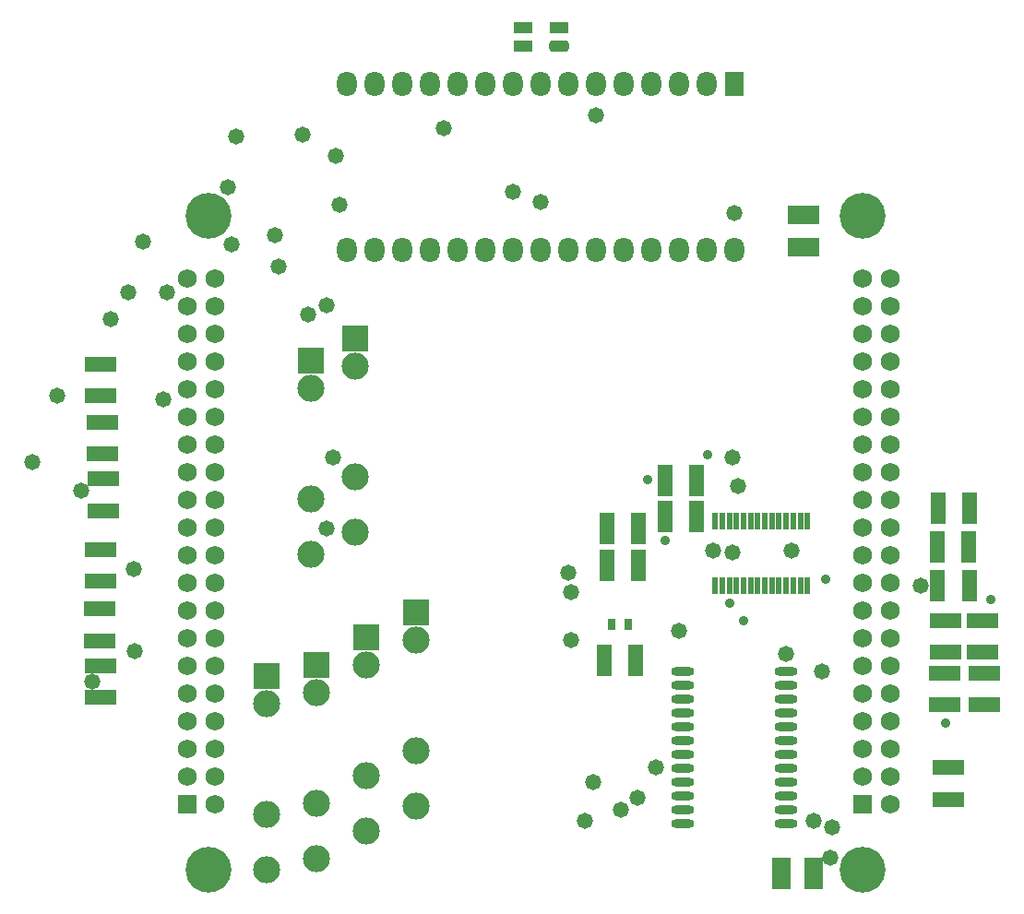
<source format=gts>
G04 Layer_Color=20142*
%FSLAX24Y24*%
%MOIN*%
G70*
G01*
G75*
%ADD44R,0.0316X0.0434*%
%ADD45R,0.1182X0.0671*%
%ADD46R,0.1143X0.0552*%
%ADD47R,0.0552X0.1143*%
%ADD48R,0.0237X0.0612*%
%ADD49R,0.0671X0.1182*%
%ADD50O,0.0828X0.0316*%
G04:AMPARAMS|DCode=51|XSize=71mil|YSize=41.5mil|CornerRadius=12.4mil|HoleSize=0mil|Usage=FLASHONLY|Rotation=180.000|XOffset=0mil|YOffset=0mil|HoleType=Round|Shape=RoundedRectangle|*
%AMROUNDEDRECTD51*
21,1,0.0710,0.0167,0,0,180.0*
21,1,0.0463,0.0415,0,0,180.0*
1,1,0.0247,-0.0231,0.0084*
1,1,0.0247,0.0231,0.0084*
1,1,0.0247,0.0231,-0.0084*
1,1,0.0247,-0.0231,-0.0084*
%
%ADD51ROUNDEDRECTD51*%
%ADD52R,0.0710X0.0415*%
%ADD53C,0.1655*%
%ADD54C,0.0690*%
%ADD55R,0.0690X0.0690*%
%ADD56C,0.0980*%
%ADD57R,0.0980X0.0980*%
%ADD58O,0.0710X0.0907*%
%ADD59R,0.0710X0.0907*%
%ADD60C,0.0580*%
%ADD61C,0.0356*%
D44*
X26969Y20679D02*
D03*
X26378D02*
D03*
D45*
X33297Y34281D02*
D03*
Y35463D02*
D03*
D46*
X8000Y24779D02*
D03*
Y25921D02*
D03*
X39818Y17764D02*
D03*
Y18906D02*
D03*
X38396Y18907D02*
D03*
Y17766D02*
D03*
X39774Y20797D02*
D03*
Y19656D02*
D03*
X38425D02*
D03*
Y20797D02*
D03*
X38533Y14341D02*
D03*
Y15482D02*
D03*
X7900Y23371D02*
D03*
Y22229D02*
D03*
X7850Y21221D02*
D03*
Y20079D02*
D03*
X7900Y19171D02*
D03*
Y18029D02*
D03*
X7950Y27971D02*
D03*
Y26829D02*
D03*
X7900Y30071D02*
D03*
Y28929D02*
D03*
D47*
X28287Y25866D02*
D03*
X29429D02*
D03*
Y24557D02*
D03*
X28287D02*
D03*
X26181Y22805D02*
D03*
X27323D02*
D03*
X27343Y24114D02*
D03*
X26201D02*
D03*
X27244Y19360D02*
D03*
X26102D02*
D03*
X38130Y23474D02*
D03*
X39272D02*
D03*
X39291Y24862D02*
D03*
X38150D02*
D03*
X39281Y22047D02*
D03*
X38140D02*
D03*
D48*
X30108Y22077D02*
D03*
X30364D02*
D03*
X30620D02*
D03*
X30876D02*
D03*
X31132D02*
D03*
X31388D02*
D03*
X31644D02*
D03*
X31900D02*
D03*
X32156D02*
D03*
X32411D02*
D03*
X32667D02*
D03*
X32923D02*
D03*
X33179D02*
D03*
X33435D02*
D03*
X30108Y24380D02*
D03*
X30364D02*
D03*
X30620D02*
D03*
X30876D02*
D03*
X31132D02*
D03*
X31388D02*
D03*
X31644D02*
D03*
X31900D02*
D03*
X32156D02*
D03*
X32411D02*
D03*
X32667D02*
D03*
X32923D02*
D03*
X33179D02*
D03*
X33435D02*
D03*
D49*
X33661Y11673D02*
D03*
X32480D02*
D03*
D50*
X28917Y18970D02*
D03*
Y18470D02*
D03*
Y17970D02*
D03*
Y17470D02*
D03*
Y16970D02*
D03*
Y16470D02*
D03*
Y15970D02*
D03*
Y15470D02*
D03*
Y14970D02*
D03*
Y14470D02*
D03*
Y13970D02*
D03*
Y13470D02*
D03*
X32657Y18970D02*
D03*
Y18470D02*
D03*
Y17970D02*
D03*
Y17470D02*
D03*
Y16970D02*
D03*
Y16470D02*
D03*
Y15970D02*
D03*
Y15470D02*
D03*
Y14970D02*
D03*
Y14470D02*
D03*
Y13970D02*
D03*
Y13470D02*
D03*
D51*
X24450Y41556D02*
D03*
D52*
Y42244D02*
D03*
X23150D02*
D03*
Y41556D02*
D03*
D53*
X11811Y35433D02*
D03*
X35433Y11811D02*
D03*
X11811D02*
D03*
X35433Y35433D02*
D03*
D54*
Y33173D02*
D03*
Y32173D02*
D03*
Y31173D02*
D03*
Y30173D02*
D03*
Y29173D02*
D03*
Y28173D02*
D03*
Y27173D02*
D03*
Y26173D02*
D03*
Y25173D02*
D03*
Y24173D02*
D03*
Y23173D02*
D03*
Y22173D02*
D03*
Y21173D02*
D03*
Y20173D02*
D03*
Y19173D02*
D03*
Y18173D02*
D03*
Y17173D02*
D03*
Y16173D02*
D03*
Y15173D02*
D03*
X36433Y33173D02*
D03*
Y32173D02*
D03*
Y31173D02*
D03*
Y30173D02*
D03*
Y29173D02*
D03*
Y28173D02*
D03*
Y27173D02*
D03*
Y26173D02*
D03*
Y25173D02*
D03*
Y24173D02*
D03*
Y23173D02*
D03*
Y22173D02*
D03*
Y21173D02*
D03*
Y20173D02*
D03*
Y19173D02*
D03*
Y18173D02*
D03*
Y17173D02*
D03*
Y16173D02*
D03*
Y15173D02*
D03*
Y14173D02*
D03*
X11024Y33173D02*
D03*
Y32173D02*
D03*
Y31173D02*
D03*
Y30173D02*
D03*
Y29173D02*
D03*
Y28173D02*
D03*
Y27173D02*
D03*
Y26173D02*
D03*
Y25173D02*
D03*
Y24173D02*
D03*
Y23173D02*
D03*
Y22173D02*
D03*
Y21173D02*
D03*
Y20173D02*
D03*
Y19173D02*
D03*
Y18173D02*
D03*
Y17173D02*
D03*
Y16173D02*
D03*
Y15173D02*
D03*
X12024Y33173D02*
D03*
Y32173D02*
D03*
Y31173D02*
D03*
Y30173D02*
D03*
Y29173D02*
D03*
Y28173D02*
D03*
Y27173D02*
D03*
Y26173D02*
D03*
Y25173D02*
D03*
Y24173D02*
D03*
Y23173D02*
D03*
Y22173D02*
D03*
Y21173D02*
D03*
Y20173D02*
D03*
Y19173D02*
D03*
Y18173D02*
D03*
Y17173D02*
D03*
Y16173D02*
D03*
Y15173D02*
D03*
Y14173D02*
D03*
D55*
X35433D02*
D03*
X11024D02*
D03*
D56*
X17500Y13200D02*
D03*
Y15200D02*
D03*
Y19200D02*
D03*
X15700Y12200D02*
D03*
Y14200D02*
D03*
Y18200D02*
D03*
X19300Y14100D02*
D03*
Y16100D02*
D03*
Y20100D02*
D03*
X15500Y23200D02*
D03*
Y25200D02*
D03*
Y29200D02*
D03*
X17100Y24000D02*
D03*
Y26000D02*
D03*
Y30000D02*
D03*
X13900Y11800D02*
D03*
Y13800D02*
D03*
Y17800D02*
D03*
D57*
X17500Y20200D02*
D03*
X15700Y19200D02*
D03*
X19300Y21100D02*
D03*
X15500Y30200D02*
D03*
X17100Y31000D02*
D03*
X13900Y18800D02*
D03*
D58*
X17800Y34200D02*
D03*
X18800D02*
D03*
X19800D02*
D03*
X20800D02*
D03*
X21800D02*
D03*
X22800D02*
D03*
X23800D02*
D03*
X24800D02*
D03*
X25800D02*
D03*
X26800D02*
D03*
X27800D02*
D03*
X28800D02*
D03*
X29800D02*
D03*
X30800D02*
D03*
X29800Y40200D02*
D03*
X28800D02*
D03*
X27800D02*
D03*
X26800D02*
D03*
X25800D02*
D03*
X24800D02*
D03*
X23800D02*
D03*
X22800D02*
D03*
X21800D02*
D03*
X20800D02*
D03*
X19800D02*
D03*
X16800Y34200D02*
D03*
X18800Y40200D02*
D03*
X17800D02*
D03*
X16800D02*
D03*
D59*
X30800D02*
D03*
D60*
X34321Y13337D02*
D03*
X25400Y13550D02*
D03*
X33661D02*
D03*
X34260Y12232D02*
D03*
X20310Y38600D02*
D03*
X16300Y26680D02*
D03*
X10290Y32670D02*
D03*
X14320Y33600D02*
D03*
X16070Y32200D02*
D03*
X16513Y35821D02*
D03*
X16400Y37610D02*
D03*
X15380Y31879D02*
D03*
X14210Y34730D02*
D03*
X12480Y36460D02*
D03*
X30915Y25659D02*
D03*
X30738Y26683D02*
D03*
X30030Y23317D02*
D03*
X32657Y19606D02*
D03*
X30728Y23268D02*
D03*
X32864Y23346D02*
D03*
X37539Y22057D02*
D03*
X33957Y18967D02*
D03*
X30800Y35539D02*
D03*
X25800Y39071D02*
D03*
X7190Y25510D02*
D03*
X12790Y38280D02*
D03*
X23800Y35930D02*
D03*
X8880Y32670D02*
D03*
X22800Y36300D02*
D03*
X9420Y34510D02*
D03*
X7600Y18600D02*
D03*
X10170Y28790D02*
D03*
X9111Y22670D02*
D03*
X9130Y19680D02*
D03*
X16063Y24134D02*
D03*
X5433Y26535D02*
D03*
X6320Y28929D02*
D03*
X27953Y15512D02*
D03*
X27303Y14380D02*
D03*
X25689Y14970D02*
D03*
X26703Y13957D02*
D03*
X28780Y20423D02*
D03*
X8268Y31683D02*
D03*
X24902Y20108D02*
D03*
X24882Y21821D02*
D03*
X24803Y22520D02*
D03*
X12638Y34411D02*
D03*
X15187Y38366D02*
D03*
D61*
X28287Y23701D02*
D03*
X27648Y25886D02*
D03*
X29813Y26801D02*
D03*
X30620Y21417D02*
D03*
X31142Y20807D02*
D03*
X38435Y17106D02*
D03*
X40062Y21568D02*
D03*
X34085Y22293D02*
D03*
M02*

</source>
